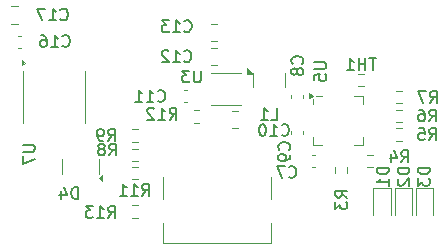
<source format=gbr>
%TF.GenerationSoftware,KiCad,Pcbnew,9.0.0*%
%TF.CreationDate,2025-06-13T20:30:42+03:00*%
%TF.ProjectId,BLE_sensors,424c455f-7365-46e7-936f-72732e6b6963,rev?*%
%TF.SameCoordinates,Original*%
%TF.FileFunction,Legend,Bot*%
%TF.FilePolarity,Positive*%
%FSLAX46Y46*%
G04 Gerber Fmt 4.6, Leading zero omitted, Abs format (unit mm)*
G04 Created by KiCad (PCBNEW 9.0.0) date 2025-06-13 20:30:42*
%MOMM*%
%LPD*%
G01*
G04 APERTURE LIST*
%ADD10C,0.150000*%
%ADD11C,0.120000*%
G04 APERTURE END LIST*
D10*
X156774819Y-87251905D02*
X155774819Y-87251905D01*
X155774819Y-87251905D02*
X155774819Y-87490000D01*
X155774819Y-87490000D02*
X155822438Y-87632857D01*
X155822438Y-87632857D02*
X155917676Y-87728095D01*
X155917676Y-87728095D02*
X156012914Y-87775714D01*
X156012914Y-87775714D02*
X156203390Y-87823333D01*
X156203390Y-87823333D02*
X156346247Y-87823333D01*
X156346247Y-87823333D02*
X156536723Y-87775714D01*
X156536723Y-87775714D02*
X156631961Y-87728095D01*
X156631961Y-87728095D02*
X156727200Y-87632857D01*
X156727200Y-87632857D02*
X156774819Y-87490000D01*
X156774819Y-87490000D02*
X156774819Y-87251905D01*
X155870057Y-88204286D02*
X155822438Y-88251905D01*
X155822438Y-88251905D02*
X155774819Y-88347143D01*
X155774819Y-88347143D02*
X155774819Y-88585238D01*
X155774819Y-88585238D02*
X155822438Y-88680476D01*
X155822438Y-88680476D02*
X155870057Y-88728095D01*
X155870057Y-88728095D02*
X155965295Y-88775714D01*
X155965295Y-88775714D02*
X156060533Y-88775714D01*
X156060533Y-88775714D02*
X156203390Y-88728095D01*
X156203390Y-88728095D02*
X156774819Y-88156667D01*
X156774819Y-88156667D02*
X156774819Y-88775714D01*
X131276666Y-84974819D02*
X131609999Y-84498628D01*
X131848094Y-84974819D02*
X131848094Y-83974819D01*
X131848094Y-83974819D02*
X131467142Y-83974819D01*
X131467142Y-83974819D02*
X131371904Y-84022438D01*
X131371904Y-84022438D02*
X131324285Y-84070057D01*
X131324285Y-84070057D02*
X131276666Y-84165295D01*
X131276666Y-84165295D02*
X131276666Y-84308152D01*
X131276666Y-84308152D02*
X131324285Y-84403390D01*
X131324285Y-84403390D02*
X131371904Y-84451009D01*
X131371904Y-84451009D02*
X131467142Y-84498628D01*
X131467142Y-84498628D02*
X131848094Y-84498628D01*
X130800475Y-84974819D02*
X130609999Y-84974819D01*
X130609999Y-84974819D02*
X130514761Y-84927200D01*
X130514761Y-84927200D02*
X130467142Y-84879580D01*
X130467142Y-84879580D02*
X130371904Y-84736723D01*
X130371904Y-84736723D02*
X130324285Y-84546247D01*
X130324285Y-84546247D02*
X130324285Y-84165295D01*
X130324285Y-84165295D02*
X130371904Y-84070057D01*
X130371904Y-84070057D02*
X130419523Y-84022438D01*
X130419523Y-84022438D02*
X130514761Y-83974819D01*
X130514761Y-83974819D02*
X130705237Y-83974819D01*
X130705237Y-83974819D02*
X130800475Y-84022438D01*
X130800475Y-84022438D02*
X130848094Y-84070057D01*
X130848094Y-84070057D02*
X130895713Y-84165295D01*
X130895713Y-84165295D02*
X130895713Y-84403390D01*
X130895713Y-84403390D02*
X130848094Y-84498628D01*
X130848094Y-84498628D02*
X130800475Y-84546247D01*
X130800475Y-84546247D02*
X130705237Y-84593866D01*
X130705237Y-84593866D02*
X130514761Y-84593866D01*
X130514761Y-84593866D02*
X130419523Y-84546247D01*
X130419523Y-84546247D02*
X130371904Y-84498628D01*
X130371904Y-84498628D02*
X130324285Y-84403390D01*
X155014819Y-87251905D02*
X154014819Y-87251905D01*
X154014819Y-87251905D02*
X154014819Y-87490000D01*
X154014819Y-87490000D02*
X154062438Y-87632857D01*
X154062438Y-87632857D02*
X154157676Y-87728095D01*
X154157676Y-87728095D02*
X154252914Y-87775714D01*
X154252914Y-87775714D02*
X154443390Y-87823333D01*
X154443390Y-87823333D02*
X154586247Y-87823333D01*
X154586247Y-87823333D02*
X154776723Y-87775714D01*
X154776723Y-87775714D02*
X154871961Y-87728095D01*
X154871961Y-87728095D02*
X154967200Y-87632857D01*
X154967200Y-87632857D02*
X155014819Y-87490000D01*
X155014819Y-87490000D02*
X155014819Y-87251905D01*
X155014819Y-88775714D02*
X155014819Y-88204286D01*
X155014819Y-88490000D02*
X154014819Y-88490000D01*
X154014819Y-88490000D02*
X154157676Y-88394762D01*
X154157676Y-88394762D02*
X154252914Y-88299524D01*
X154252914Y-88299524D02*
X154300533Y-88204286D01*
X135482857Y-81579580D02*
X135530476Y-81627200D01*
X135530476Y-81627200D02*
X135673333Y-81674819D01*
X135673333Y-81674819D02*
X135768571Y-81674819D01*
X135768571Y-81674819D02*
X135911428Y-81627200D01*
X135911428Y-81627200D02*
X136006666Y-81531961D01*
X136006666Y-81531961D02*
X136054285Y-81436723D01*
X136054285Y-81436723D02*
X136101904Y-81246247D01*
X136101904Y-81246247D02*
X136101904Y-81103390D01*
X136101904Y-81103390D02*
X136054285Y-80912914D01*
X136054285Y-80912914D02*
X136006666Y-80817676D01*
X136006666Y-80817676D02*
X135911428Y-80722438D01*
X135911428Y-80722438D02*
X135768571Y-80674819D01*
X135768571Y-80674819D02*
X135673333Y-80674819D01*
X135673333Y-80674819D02*
X135530476Y-80722438D01*
X135530476Y-80722438D02*
X135482857Y-80770057D01*
X134530476Y-81674819D02*
X135101904Y-81674819D01*
X134816190Y-81674819D02*
X134816190Y-80674819D01*
X134816190Y-80674819D02*
X134911428Y-80817676D01*
X134911428Y-80817676D02*
X135006666Y-80912914D01*
X135006666Y-80912914D02*
X135101904Y-80960533D01*
X133578095Y-81674819D02*
X134149523Y-81674819D01*
X133863809Y-81674819D02*
X133863809Y-80674819D01*
X133863809Y-80674819D02*
X133959047Y-80817676D01*
X133959047Y-80817676D02*
X134054285Y-80912914D01*
X134054285Y-80912914D02*
X134149523Y-80960533D01*
X131283667Y-91494819D02*
X131617000Y-91018628D01*
X131855095Y-91494819D02*
X131855095Y-90494819D01*
X131855095Y-90494819D02*
X131474143Y-90494819D01*
X131474143Y-90494819D02*
X131378905Y-90542438D01*
X131378905Y-90542438D02*
X131331286Y-90590057D01*
X131331286Y-90590057D02*
X131283667Y-90685295D01*
X131283667Y-90685295D02*
X131283667Y-90828152D01*
X131283667Y-90828152D02*
X131331286Y-90923390D01*
X131331286Y-90923390D02*
X131378905Y-90971009D01*
X131378905Y-90971009D02*
X131474143Y-91018628D01*
X131474143Y-91018628D02*
X131855095Y-91018628D01*
X130331286Y-91494819D02*
X130902714Y-91494819D01*
X130617000Y-91494819D02*
X130617000Y-90494819D01*
X130617000Y-90494819D02*
X130712238Y-90637676D01*
X130712238Y-90637676D02*
X130807476Y-90732914D01*
X130807476Y-90732914D02*
X130902714Y-90780533D01*
X129997952Y-90494819D02*
X129378905Y-90494819D01*
X129378905Y-90494819D02*
X129712238Y-90875771D01*
X129712238Y-90875771D02*
X129569381Y-90875771D01*
X129569381Y-90875771D02*
X129474143Y-90923390D01*
X129474143Y-90923390D02*
X129426524Y-90971009D01*
X129426524Y-90971009D02*
X129378905Y-91066247D01*
X129378905Y-91066247D02*
X129378905Y-91304342D01*
X129378905Y-91304342D02*
X129426524Y-91399580D01*
X129426524Y-91399580D02*
X129474143Y-91447200D01*
X129474143Y-91447200D02*
X129569381Y-91494819D01*
X129569381Y-91494819D02*
X129855095Y-91494819D01*
X129855095Y-91494819D02*
X129950333Y-91447200D01*
X129950333Y-91447200D02*
X129997952Y-91399580D01*
X134162857Y-89624819D02*
X134496190Y-89148628D01*
X134734285Y-89624819D02*
X134734285Y-88624819D01*
X134734285Y-88624819D02*
X134353333Y-88624819D01*
X134353333Y-88624819D02*
X134258095Y-88672438D01*
X134258095Y-88672438D02*
X134210476Y-88720057D01*
X134210476Y-88720057D02*
X134162857Y-88815295D01*
X134162857Y-88815295D02*
X134162857Y-88958152D01*
X134162857Y-88958152D02*
X134210476Y-89053390D01*
X134210476Y-89053390D02*
X134258095Y-89101009D01*
X134258095Y-89101009D02*
X134353333Y-89148628D01*
X134353333Y-89148628D02*
X134734285Y-89148628D01*
X133210476Y-89624819D02*
X133781904Y-89624819D01*
X133496190Y-89624819D02*
X133496190Y-88624819D01*
X133496190Y-88624819D02*
X133591428Y-88767676D01*
X133591428Y-88767676D02*
X133686666Y-88862914D01*
X133686666Y-88862914D02*
X133781904Y-88910533D01*
X132258095Y-89624819D02*
X132829523Y-89624819D01*
X132543809Y-89624819D02*
X132543809Y-88624819D01*
X132543809Y-88624819D02*
X132639047Y-88767676D01*
X132639047Y-88767676D02*
X132734285Y-88862914D01*
X132734285Y-88862914D02*
X132829523Y-88910533D01*
X145076666Y-83194819D02*
X145552856Y-83194819D01*
X145552856Y-83194819D02*
X145552856Y-82194819D01*
X144219523Y-83194819D02*
X144790951Y-83194819D01*
X144505237Y-83194819D02*
X144505237Y-82194819D01*
X144505237Y-82194819D02*
X144600475Y-82337676D01*
X144600475Y-82337676D02*
X144695713Y-82432914D01*
X144695713Y-82432914D02*
X144790951Y-82480533D01*
X146566666Y-88019580D02*
X146614285Y-88067200D01*
X146614285Y-88067200D02*
X146757142Y-88114819D01*
X146757142Y-88114819D02*
X146852380Y-88114819D01*
X146852380Y-88114819D02*
X146995237Y-88067200D01*
X146995237Y-88067200D02*
X147090475Y-87971961D01*
X147090475Y-87971961D02*
X147138094Y-87876723D01*
X147138094Y-87876723D02*
X147185713Y-87686247D01*
X147185713Y-87686247D02*
X147185713Y-87543390D01*
X147185713Y-87543390D02*
X147138094Y-87352914D01*
X147138094Y-87352914D02*
X147090475Y-87257676D01*
X147090475Y-87257676D02*
X146995237Y-87162438D01*
X146995237Y-87162438D02*
X146852380Y-87114819D01*
X146852380Y-87114819D02*
X146757142Y-87114819D01*
X146757142Y-87114819D02*
X146614285Y-87162438D01*
X146614285Y-87162438D02*
X146566666Y-87210057D01*
X146233332Y-87114819D02*
X145566666Y-87114819D01*
X145566666Y-87114819D02*
X145995237Y-88114819D01*
X158461666Y-83324819D02*
X158794999Y-82848628D01*
X159033094Y-83324819D02*
X159033094Y-82324819D01*
X159033094Y-82324819D02*
X158652142Y-82324819D01*
X158652142Y-82324819D02*
X158556904Y-82372438D01*
X158556904Y-82372438D02*
X158509285Y-82420057D01*
X158509285Y-82420057D02*
X158461666Y-82515295D01*
X158461666Y-82515295D02*
X158461666Y-82658152D01*
X158461666Y-82658152D02*
X158509285Y-82753390D01*
X158509285Y-82753390D02*
X158556904Y-82801009D01*
X158556904Y-82801009D02*
X158652142Y-82848628D01*
X158652142Y-82848628D02*
X159033094Y-82848628D01*
X157604523Y-82324819D02*
X157794999Y-82324819D01*
X157794999Y-82324819D02*
X157890237Y-82372438D01*
X157890237Y-82372438D02*
X157937856Y-82420057D01*
X157937856Y-82420057D02*
X158033094Y-82562914D01*
X158033094Y-82562914D02*
X158080713Y-82753390D01*
X158080713Y-82753390D02*
X158080713Y-83134342D01*
X158080713Y-83134342D02*
X158033094Y-83229580D01*
X158033094Y-83229580D02*
X157985475Y-83277200D01*
X157985475Y-83277200D02*
X157890237Y-83324819D01*
X157890237Y-83324819D02*
X157699761Y-83324819D01*
X157699761Y-83324819D02*
X157604523Y-83277200D01*
X157604523Y-83277200D02*
X157556904Y-83229580D01*
X157556904Y-83229580D02*
X157509285Y-83134342D01*
X157509285Y-83134342D02*
X157509285Y-82896247D01*
X157509285Y-82896247D02*
X157556904Y-82801009D01*
X157556904Y-82801009D02*
X157604523Y-82753390D01*
X157604523Y-82753390D02*
X157699761Y-82705771D01*
X157699761Y-82705771D02*
X157890237Y-82705771D01*
X157890237Y-82705771D02*
X157985475Y-82753390D01*
X157985475Y-82753390D02*
X158033094Y-82801009D01*
X158033094Y-82801009D02*
X158080713Y-82896247D01*
X158466666Y-84894819D02*
X158799999Y-84418628D01*
X159038094Y-84894819D02*
X159038094Y-83894819D01*
X159038094Y-83894819D02*
X158657142Y-83894819D01*
X158657142Y-83894819D02*
X158561904Y-83942438D01*
X158561904Y-83942438D02*
X158514285Y-83990057D01*
X158514285Y-83990057D02*
X158466666Y-84085295D01*
X158466666Y-84085295D02*
X158466666Y-84228152D01*
X158466666Y-84228152D02*
X158514285Y-84323390D01*
X158514285Y-84323390D02*
X158561904Y-84371009D01*
X158561904Y-84371009D02*
X158657142Y-84418628D01*
X158657142Y-84418628D02*
X159038094Y-84418628D01*
X157561904Y-83894819D02*
X158038094Y-83894819D01*
X158038094Y-83894819D02*
X158085713Y-84371009D01*
X158085713Y-84371009D02*
X158038094Y-84323390D01*
X158038094Y-84323390D02*
X157942856Y-84275771D01*
X157942856Y-84275771D02*
X157704761Y-84275771D01*
X157704761Y-84275771D02*
X157609523Y-84323390D01*
X157609523Y-84323390D02*
X157561904Y-84371009D01*
X157561904Y-84371009D02*
X157514285Y-84466247D01*
X157514285Y-84466247D02*
X157514285Y-84704342D01*
X157514285Y-84704342D02*
X157561904Y-84799580D01*
X157561904Y-84799580D02*
X157609523Y-84847200D01*
X157609523Y-84847200D02*
X157704761Y-84894819D01*
X157704761Y-84894819D02*
X157942856Y-84894819D01*
X157942856Y-84894819D02*
X158038094Y-84847200D01*
X158038094Y-84847200D02*
X158085713Y-84799580D01*
X131366666Y-86214819D02*
X131699999Y-85738628D01*
X131938094Y-86214819D02*
X131938094Y-85214819D01*
X131938094Y-85214819D02*
X131557142Y-85214819D01*
X131557142Y-85214819D02*
X131461904Y-85262438D01*
X131461904Y-85262438D02*
X131414285Y-85310057D01*
X131414285Y-85310057D02*
X131366666Y-85405295D01*
X131366666Y-85405295D02*
X131366666Y-85548152D01*
X131366666Y-85548152D02*
X131414285Y-85643390D01*
X131414285Y-85643390D02*
X131461904Y-85691009D01*
X131461904Y-85691009D02*
X131557142Y-85738628D01*
X131557142Y-85738628D02*
X131938094Y-85738628D01*
X130795237Y-85643390D02*
X130890475Y-85595771D01*
X130890475Y-85595771D02*
X130938094Y-85548152D01*
X130938094Y-85548152D02*
X130985713Y-85452914D01*
X130985713Y-85452914D02*
X130985713Y-85405295D01*
X130985713Y-85405295D02*
X130938094Y-85310057D01*
X130938094Y-85310057D02*
X130890475Y-85262438D01*
X130890475Y-85262438D02*
X130795237Y-85214819D01*
X130795237Y-85214819D02*
X130604761Y-85214819D01*
X130604761Y-85214819D02*
X130509523Y-85262438D01*
X130509523Y-85262438D02*
X130461904Y-85310057D01*
X130461904Y-85310057D02*
X130414285Y-85405295D01*
X130414285Y-85405295D02*
X130414285Y-85452914D01*
X130414285Y-85452914D02*
X130461904Y-85548152D01*
X130461904Y-85548152D02*
X130509523Y-85595771D01*
X130509523Y-85595771D02*
X130604761Y-85643390D01*
X130604761Y-85643390D02*
X130795237Y-85643390D01*
X130795237Y-85643390D02*
X130890475Y-85691009D01*
X130890475Y-85691009D02*
X130938094Y-85738628D01*
X130938094Y-85738628D02*
X130985713Y-85833866D01*
X130985713Y-85833866D02*
X130985713Y-86024342D01*
X130985713Y-86024342D02*
X130938094Y-86119580D01*
X130938094Y-86119580D02*
X130890475Y-86167200D01*
X130890475Y-86167200D02*
X130795237Y-86214819D01*
X130795237Y-86214819D02*
X130604761Y-86214819D01*
X130604761Y-86214819D02*
X130509523Y-86167200D01*
X130509523Y-86167200D02*
X130461904Y-86119580D01*
X130461904Y-86119580D02*
X130414285Y-86024342D01*
X130414285Y-86024342D02*
X130414285Y-85833866D01*
X130414285Y-85833866D02*
X130461904Y-85738628D01*
X130461904Y-85738628D02*
X130509523Y-85691009D01*
X130509523Y-85691009D02*
X130604761Y-85643390D01*
X146579580Y-85723333D02*
X146627200Y-85675714D01*
X146627200Y-85675714D02*
X146674819Y-85532857D01*
X146674819Y-85532857D02*
X146674819Y-85437619D01*
X146674819Y-85437619D02*
X146627200Y-85294762D01*
X146627200Y-85294762D02*
X146531961Y-85199524D01*
X146531961Y-85199524D02*
X146436723Y-85151905D01*
X146436723Y-85151905D02*
X146246247Y-85104286D01*
X146246247Y-85104286D02*
X146103390Y-85104286D01*
X146103390Y-85104286D02*
X145912914Y-85151905D01*
X145912914Y-85151905D02*
X145817676Y-85199524D01*
X145817676Y-85199524D02*
X145722438Y-85294762D01*
X145722438Y-85294762D02*
X145674819Y-85437619D01*
X145674819Y-85437619D02*
X145674819Y-85532857D01*
X145674819Y-85532857D02*
X145722438Y-85675714D01*
X145722438Y-85675714D02*
X145770057Y-85723333D01*
X146674819Y-86199524D02*
X146674819Y-86390000D01*
X146674819Y-86390000D02*
X146627200Y-86485238D01*
X146627200Y-86485238D02*
X146579580Y-86532857D01*
X146579580Y-86532857D02*
X146436723Y-86628095D01*
X146436723Y-86628095D02*
X146246247Y-86675714D01*
X146246247Y-86675714D02*
X145865295Y-86675714D01*
X145865295Y-86675714D02*
X145770057Y-86628095D01*
X145770057Y-86628095D02*
X145722438Y-86580476D01*
X145722438Y-86580476D02*
X145674819Y-86485238D01*
X145674819Y-86485238D02*
X145674819Y-86294762D01*
X145674819Y-86294762D02*
X145722438Y-86199524D01*
X145722438Y-86199524D02*
X145770057Y-86151905D01*
X145770057Y-86151905D02*
X145865295Y-86104286D01*
X145865295Y-86104286D02*
X146103390Y-86104286D01*
X146103390Y-86104286D02*
X146198628Y-86151905D01*
X146198628Y-86151905D02*
X146246247Y-86199524D01*
X146246247Y-86199524D02*
X146293866Y-86294762D01*
X146293866Y-86294762D02*
X146293866Y-86485238D01*
X146293866Y-86485238D02*
X146246247Y-86580476D01*
X146246247Y-86580476D02*
X146198628Y-86628095D01*
X146198628Y-86628095D02*
X146103390Y-86675714D01*
X158494819Y-87251905D02*
X157494819Y-87251905D01*
X157494819Y-87251905D02*
X157494819Y-87490000D01*
X157494819Y-87490000D02*
X157542438Y-87632857D01*
X157542438Y-87632857D02*
X157637676Y-87728095D01*
X157637676Y-87728095D02*
X157732914Y-87775714D01*
X157732914Y-87775714D02*
X157923390Y-87823333D01*
X157923390Y-87823333D02*
X158066247Y-87823333D01*
X158066247Y-87823333D02*
X158256723Y-87775714D01*
X158256723Y-87775714D02*
X158351961Y-87728095D01*
X158351961Y-87728095D02*
X158447200Y-87632857D01*
X158447200Y-87632857D02*
X158494819Y-87490000D01*
X158494819Y-87490000D02*
X158494819Y-87251905D01*
X157494819Y-88156667D02*
X157494819Y-88775714D01*
X157494819Y-88775714D02*
X157875771Y-88442381D01*
X157875771Y-88442381D02*
X157875771Y-88585238D01*
X157875771Y-88585238D02*
X157923390Y-88680476D01*
X157923390Y-88680476D02*
X157971009Y-88728095D01*
X157971009Y-88728095D02*
X158066247Y-88775714D01*
X158066247Y-88775714D02*
X158304342Y-88775714D01*
X158304342Y-88775714D02*
X158399580Y-88728095D01*
X158399580Y-88728095D02*
X158447200Y-88680476D01*
X158447200Y-88680476D02*
X158494819Y-88585238D01*
X158494819Y-88585238D02*
X158494819Y-88299524D01*
X158494819Y-88299524D02*
X158447200Y-88204286D01*
X158447200Y-88204286D02*
X158399580Y-88156667D01*
X124059819Y-85313095D02*
X124869342Y-85313095D01*
X124869342Y-85313095D02*
X124964580Y-85360714D01*
X124964580Y-85360714D02*
X125012200Y-85408333D01*
X125012200Y-85408333D02*
X125059819Y-85503571D01*
X125059819Y-85503571D02*
X125059819Y-85694047D01*
X125059819Y-85694047D02*
X125012200Y-85789285D01*
X125012200Y-85789285D02*
X124964580Y-85836904D01*
X124964580Y-85836904D02*
X124869342Y-85884523D01*
X124869342Y-85884523D02*
X124059819Y-85884523D01*
X124059819Y-86265476D02*
X124059819Y-86932142D01*
X124059819Y-86932142D02*
X125059819Y-86503571D01*
X153950713Y-77974819D02*
X153379285Y-77974819D01*
X153664999Y-78974819D02*
X153664999Y-77974819D01*
X153045951Y-78974819D02*
X153045951Y-77974819D01*
X153045951Y-78451009D02*
X152474523Y-78451009D01*
X152474523Y-78974819D02*
X152474523Y-77974819D01*
X151474523Y-78974819D02*
X152045951Y-78974819D01*
X151760237Y-78974819D02*
X151760237Y-77974819D01*
X151760237Y-77974819D02*
X151855475Y-78117676D01*
X151855475Y-78117676D02*
X151950713Y-78212914D01*
X151950713Y-78212914D02*
X152045951Y-78260533D01*
X151514819Y-89783333D02*
X151038628Y-89450000D01*
X151514819Y-89211905D02*
X150514819Y-89211905D01*
X150514819Y-89211905D02*
X150514819Y-89592857D01*
X150514819Y-89592857D02*
X150562438Y-89688095D01*
X150562438Y-89688095D02*
X150610057Y-89735714D01*
X150610057Y-89735714D02*
X150705295Y-89783333D01*
X150705295Y-89783333D02*
X150848152Y-89783333D01*
X150848152Y-89783333D02*
X150943390Y-89735714D01*
X150943390Y-89735714D02*
X150991009Y-89688095D01*
X150991009Y-89688095D02*
X151038628Y-89592857D01*
X151038628Y-89592857D02*
X151038628Y-89211905D01*
X150514819Y-90116667D02*
X150514819Y-90735714D01*
X150514819Y-90735714D02*
X150895771Y-90402381D01*
X150895771Y-90402381D02*
X150895771Y-90545238D01*
X150895771Y-90545238D02*
X150943390Y-90640476D01*
X150943390Y-90640476D02*
X150991009Y-90688095D01*
X150991009Y-90688095D02*
X151086247Y-90735714D01*
X151086247Y-90735714D02*
X151324342Y-90735714D01*
X151324342Y-90735714D02*
X151419580Y-90688095D01*
X151419580Y-90688095D02*
X151467200Y-90640476D01*
X151467200Y-90640476D02*
X151514819Y-90545238D01*
X151514819Y-90545238D02*
X151514819Y-90259524D01*
X151514819Y-90259524D02*
X151467200Y-90164286D01*
X151467200Y-90164286D02*
X151419580Y-90116667D01*
X148734819Y-78328095D02*
X149544342Y-78328095D01*
X149544342Y-78328095D02*
X149639580Y-78375714D01*
X149639580Y-78375714D02*
X149687200Y-78423333D01*
X149687200Y-78423333D02*
X149734819Y-78518571D01*
X149734819Y-78518571D02*
X149734819Y-78709047D01*
X149734819Y-78709047D02*
X149687200Y-78804285D01*
X149687200Y-78804285D02*
X149639580Y-78851904D01*
X149639580Y-78851904D02*
X149544342Y-78899523D01*
X149544342Y-78899523D02*
X148734819Y-78899523D01*
X148734819Y-79851904D02*
X148734819Y-79375714D01*
X148734819Y-79375714D02*
X149211009Y-79328095D01*
X149211009Y-79328095D02*
X149163390Y-79375714D01*
X149163390Y-79375714D02*
X149115771Y-79470952D01*
X149115771Y-79470952D02*
X149115771Y-79709047D01*
X149115771Y-79709047D02*
X149163390Y-79804285D01*
X149163390Y-79804285D02*
X149211009Y-79851904D01*
X149211009Y-79851904D02*
X149306247Y-79899523D01*
X149306247Y-79899523D02*
X149544342Y-79899523D01*
X149544342Y-79899523D02*
X149639580Y-79851904D01*
X149639580Y-79851904D02*
X149687200Y-79804285D01*
X149687200Y-79804285D02*
X149734819Y-79709047D01*
X149734819Y-79709047D02*
X149734819Y-79470952D01*
X149734819Y-79470952D02*
X149687200Y-79375714D01*
X149687200Y-79375714D02*
X149639580Y-79328095D01*
X127232857Y-74689580D02*
X127280476Y-74737200D01*
X127280476Y-74737200D02*
X127423333Y-74784819D01*
X127423333Y-74784819D02*
X127518571Y-74784819D01*
X127518571Y-74784819D02*
X127661428Y-74737200D01*
X127661428Y-74737200D02*
X127756666Y-74641961D01*
X127756666Y-74641961D02*
X127804285Y-74546723D01*
X127804285Y-74546723D02*
X127851904Y-74356247D01*
X127851904Y-74356247D02*
X127851904Y-74213390D01*
X127851904Y-74213390D02*
X127804285Y-74022914D01*
X127804285Y-74022914D02*
X127756666Y-73927676D01*
X127756666Y-73927676D02*
X127661428Y-73832438D01*
X127661428Y-73832438D02*
X127518571Y-73784819D01*
X127518571Y-73784819D02*
X127423333Y-73784819D01*
X127423333Y-73784819D02*
X127280476Y-73832438D01*
X127280476Y-73832438D02*
X127232857Y-73880057D01*
X126280476Y-74784819D02*
X126851904Y-74784819D01*
X126566190Y-74784819D02*
X126566190Y-73784819D01*
X126566190Y-73784819D02*
X126661428Y-73927676D01*
X126661428Y-73927676D02*
X126756666Y-74022914D01*
X126756666Y-74022914D02*
X126851904Y-74070533D01*
X125947142Y-73784819D02*
X125280476Y-73784819D01*
X125280476Y-73784819D02*
X125709047Y-74784819D01*
X137695357Y-78219580D02*
X137742976Y-78267200D01*
X137742976Y-78267200D02*
X137885833Y-78314819D01*
X137885833Y-78314819D02*
X137981071Y-78314819D01*
X137981071Y-78314819D02*
X138123928Y-78267200D01*
X138123928Y-78267200D02*
X138219166Y-78171961D01*
X138219166Y-78171961D02*
X138266785Y-78076723D01*
X138266785Y-78076723D02*
X138314404Y-77886247D01*
X138314404Y-77886247D02*
X138314404Y-77743390D01*
X138314404Y-77743390D02*
X138266785Y-77552914D01*
X138266785Y-77552914D02*
X138219166Y-77457676D01*
X138219166Y-77457676D02*
X138123928Y-77362438D01*
X138123928Y-77362438D02*
X137981071Y-77314819D01*
X137981071Y-77314819D02*
X137885833Y-77314819D01*
X137885833Y-77314819D02*
X137742976Y-77362438D01*
X137742976Y-77362438D02*
X137695357Y-77410057D01*
X136742976Y-78314819D02*
X137314404Y-78314819D01*
X137028690Y-78314819D02*
X137028690Y-77314819D01*
X137028690Y-77314819D02*
X137123928Y-77457676D01*
X137123928Y-77457676D02*
X137219166Y-77552914D01*
X137219166Y-77552914D02*
X137314404Y-77600533D01*
X136362023Y-77410057D02*
X136314404Y-77362438D01*
X136314404Y-77362438D02*
X136219166Y-77314819D01*
X136219166Y-77314819D02*
X135981071Y-77314819D01*
X135981071Y-77314819D02*
X135885833Y-77362438D01*
X135885833Y-77362438D02*
X135838214Y-77410057D01*
X135838214Y-77410057D02*
X135790595Y-77505295D01*
X135790595Y-77505295D02*
X135790595Y-77600533D01*
X135790595Y-77600533D02*
X135838214Y-77743390D01*
X135838214Y-77743390D02*
X136409642Y-78314819D01*
X136409642Y-78314819D02*
X135790595Y-78314819D01*
X158506666Y-81754819D02*
X158839999Y-81278628D01*
X159078094Y-81754819D02*
X159078094Y-80754819D01*
X159078094Y-80754819D02*
X158697142Y-80754819D01*
X158697142Y-80754819D02*
X158601904Y-80802438D01*
X158601904Y-80802438D02*
X158554285Y-80850057D01*
X158554285Y-80850057D02*
X158506666Y-80945295D01*
X158506666Y-80945295D02*
X158506666Y-81088152D01*
X158506666Y-81088152D02*
X158554285Y-81183390D01*
X158554285Y-81183390D02*
X158601904Y-81231009D01*
X158601904Y-81231009D02*
X158697142Y-81278628D01*
X158697142Y-81278628D02*
X159078094Y-81278628D01*
X158173332Y-80754819D02*
X157506666Y-80754819D01*
X157506666Y-80754819D02*
X157935237Y-81754819D01*
X137715357Y-75674580D02*
X137762976Y-75722200D01*
X137762976Y-75722200D02*
X137905833Y-75769819D01*
X137905833Y-75769819D02*
X138001071Y-75769819D01*
X138001071Y-75769819D02*
X138143928Y-75722200D01*
X138143928Y-75722200D02*
X138239166Y-75626961D01*
X138239166Y-75626961D02*
X138286785Y-75531723D01*
X138286785Y-75531723D02*
X138334404Y-75341247D01*
X138334404Y-75341247D02*
X138334404Y-75198390D01*
X138334404Y-75198390D02*
X138286785Y-75007914D01*
X138286785Y-75007914D02*
X138239166Y-74912676D01*
X138239166Y-74912676D02*
X138143928Y-74817438D01*
X138143928Y-74817438D02*
X138001071Y-74769819D01*
X138001071Y-74769819D02*
X137905833Y-74769819D01*
X137905833Y-74769819D02*
X137762976Y-74817438D01*
X137762976Y-74817438D02*
X137715357Y-74865057D01*
X136762976Y-75769819D02*
X137334404Y-75769819D01*
X137048690Y-75769819D02*
X137048690Y-74769819D01*
X137048690Y-74769819D02*
X137143928Y-74912676D01*
X137143928Y-74912676D02*
X137239166Y-75007914D01*
X137239166Y-75007914D02*
X137334404Y-75055533D01*
X136429642Y-74769819D02*
X135810595Y-74769819D01*
X135810595Y-74769819D02*
X136143928Y-75150771D01*
X136143928Y-75150771D02*
X136001071Y-75150771D01*
X136001071Y-75150771D02*
X135905833Y-75198390D01*
X135905833Y-75198390D02*
X135858214Y-75246009D01*
X135858214Y-75246009D02*
X135810595Y-75341247D01*
X135810595Y-75341247D02*
X135810595Y-75579342D01*
X135810595Y-75579342D02*
X135858214Y-75674580D01*
X135858214Y-75674580D02*
X135905833Y-75722200D01*
X135905833Y-75722200D02*
X136001071Y-75769819D01*
X136001071Y-75769819D02*
X136286785Y-75769819D01*
X136286785Y-75769819D02*
X136382023Y-75722200D01*
X136382023Y-75722200D02*
X136429642Y-75674580D01*
X127402857Y-76939580D02*
X127450476Y-76987200D01*
X127450476Y-76987200D02*
X127593333Y-77034819D01*
X127593333Y-77034819D02*
X127688571Y-77034819D01*
X127688571Y-77034819D02*
X127831428Y-76987200D01*
X127831428Y-76987200D02*
X127926666Y-76891961D01*
X127926666Y-76891961D02*
X127974285Y-76796723D01*
X127974285Y-76796723D02*
X128021904Y-76606247D01*
X128021904Y-76606247D02*
X128021904Y-76463390D01*
X128021904Y-76463390D02*
X127974285Y-76272914D01*
X127974285Y-76272914D02*
X127926666Y-76177676D01*
X127926666Y-76177676D02*
X127831428Y-76082438D01*
X127831428Y-76082438D02*
X127688571Y-76034819D01*
X127688571Y-76034819D02*
X127593333Y-76034819D01*
X127593333Y-76034819D02*
X127450476Y-76082438D01*
X127450476Y-76082438D02*
X127402857Y-76130057D01*
X126450476Y-77034819D02*
X127021904Y-77034819D01*
X126736190Y-77034819D02*
X126736190Y-76034819D01*
X126736190Y-76034819D02*
X126831428Y-76177676D01*
X126831428Y-76177676D02*
X126926666Y-76272914D01*
X126926666Y-76272914D02*
X127021904Y-76320533D01*
X125593333Y-76034819D02*
X125783809Y-76034819D01*
X125783809Y-76034819D02*
X125879047Y-76082438D01*
X125879047Y-76082438D02*
X125926666Y-76130057D01*
X125926666Y-76130057D02*
X126021904Y-76272914D01*
X126021904Y-76272914D02*
X126069523Y-76463390D01*
X126069523Y-76463390D02*
X126069523Y-76844342D01*
X126069523Y-76844342D02*
X126021904Y-76939580D01*
X126021904Y-76939580D02*
X125974285Y-76987200D01*
X125974285Y-76987200D02*
X125879047Y-77034819D01*
X125879047Y-77034819D02*
X125688571Y-77034819D01*
X125688571Y-77034819D02*
X125593333Y-76987200D01*
X125593333Y-76987200D02*
X125545714Y-76939580D01*
X125545714Y-76939580D02*
X125498095Y-76844342D01*
X125498095Y-76844342D02*
X125498095Y-76606247D01*
X125498095Y-76606247D02*
X125545714Y-76511009D01*
X125545714Y-76511009D02*
X125593333Y-76463390D01*
X125593333Y-76463390D02*
X125688571Y-76415771D01*
X125688571Y-76415771D02*
X125879047Y-76415771D01*
X125879047Y-76415771D02*
X125974285Y-76463390D01*
X125974285Y-76463390D02*
X126021904Y-76511009D01*
X126021904Y-76511009D02*
X126069523Y-76606247D01*
X147699580Y-78438333D02*
X147747200Y-78390714D01*
X147747200Y-78390714D02*
X147794819Y-78247857D01*
X147794819Y-78247857D02*
X147794819Y-78152619D01*
X147794819Y-78152619D02*
X147747200Y-78009762D01*
X147747200Y-78009762D02*
X147651961Y-77914524D01*
X147651961Y-77914524D02*
X147556723Y-77866905D01*
X147556723Y-77866905D02*
X147366247Y-77819286D01*
X147366247Y-77819286D02*
X147223390Y-77819286D01*
X147223390Y-77819286D02*
X147032914Y-77866905D01*
X147032914Y-77866905D02*
X146937676Y-77914524D01*
X146937676Y-77914524D02*
X146842438Y-78009762D01*
X146842438Y-78009762D02*
X146794819Y-78152619D01*
X146794819Y-78152619D02*
X146794819Y-78247857D01*
X146794819Y-78247857D02*
X146842438Y-78390714D01*
X146842438Y-78390714D02*
X146890057Y-78438333D01*
X147223390Y-79009762D02*
X147175771Y-78914524D01*
X147175771Y-78914524D02*
X147128152Y-78866905D01*
X147128152Y-78866905D02*
X147032914Y-78819286D01*
X147032914Y-78819286D02*
X146985295Y-78819286D01*
X146985295Y-78819286D02*
X146890057Y-78866905D01*
X146890057Y-78866905D02*
X146842438Y-78914524D01*
X146842438Y-78914524D02*
X146794819Y-79009762D01*
X146794819Y-79009762D02*
X146794819Y-79200238D01*
X146794819Y-79200238D02*
X146842438Y-79295476D01*
X146842438Y-79295476D02*
X146890057Y-79343095D01*
X146890057Y-79343095D02*
X146985295Y-79390714D01*
X146985295Y-79390714D02*
X147032914Y-79390714D01*
X147032914Y-79390714D02*
X147128152Y-79343095D01*
X147128152Y-79343095D02*
X147175771Y-79295476D01*
X147175771Y-79295476D02*
X147223390Y-79200238D01*
X147223390Y-79200238D02*
X147223390Y-79009762D01*
X147223390Y-79009762D02*
X147271009Y-78914524D01*
X147271009Y-78914524D02*
X147318628Y-78866905D01*
X147318628Y-78866905D02*
X147413866Y-78819286D01*
X147413866Y-78819286D02*
X147604342Y-78819286D01*
X147604342Y-78819286D02*
X147699580Y-78866905D01*
X147699580Y-78866905D02*
X147747200Y-78914524D01*
X147747200Y-78914524D02*
X147794819Y-79009762D01*
X147794819Y-79009762D02*
X147794819Y-79200238D01*
X147794819Y-79200238D02*
X147747200Y-79295476D01*
X147747200Y-79295476D02*
X147699580Y-79343095D01*
X147699580Y-79343095D02*
X147604342Y-79390714D01*
X147604342Y-79390714D02*
X147413866Y-79390714D01*
X147413866Y-79390714D02*
X147318628Y-79343095D01*
X147318628Y-79343095D02*
X147271009Y-79295476D01*
X147271009Y-79295476D02*
X147223390Y-79200238D01*
X128708094Y-89894819D02*
X128708094Y-88894819D01*
X128708094Y-88894819D02*
X128469999Y-88894819D01*
X128469999Y-88894819D02*
X128327142Y-88942438D01*
X128327142Y-88942438D02*
X128231904Y-89037676D01*
X128231904Y-89037676D02*
X128184285Y-89132914D01*
X128184285Y-89132914D02*
X128136666Y-89323390D01*
X128136666Y-89323390D02*
X128136666Y-89466247D01*
X128136666Y-89466247D02*
X128184285Y-89656723D01*
X128184285Y-89656723D02*
X128231904Y-89751961D01*
X128231904Y-89751961D02*
X128327142Y-89847200D01*
X128327142Y-89847200D02*
X128469999Y-89894819D01*
X128469999Y-89894819D02*
X128708094Y-89894819D01*
X127279523Y-89228152D02*
X127279523Y-89894819D01*
X127517618Y-88847200D02*
X127755713Y-89561485D01*
X127755713Y-89561485D02*
X127136666Y-89561485D01*
X139101904Y-79024819D02*
X139101904Y-79834342D01*
X139101904Y-79834342D02*
X139054285Y-79929580D01*
X139054285Y-79929580D02*
X139006666Y-79977200D01*
X139006666Y-79977200D02*
X138911428Y-80024819D01*
X138911428Y-80024819D02*
X138720952Y-80024819D01*
X138720952Y-80024819D02*
X138625714Y-79977200D01*
X138625714Y-79977200D02*
X138578095Y-79929580D01*
X138578095Y-79929580D02*
X138530476Y-79834342D01*
X138530476Y-79834342D02*
X138530476Y-79024819D01*
X138149523Y-79024819D02*
X137530476Y-79024819D01*
X137530476Y-79024819D02*
X137863809Y-79405771D01*
X137863809Y-79405771D02*
X137720952Y-79405771D01*
X137720952Y-79405771D02*
X137625714Y-79453390D01*
X137625714Y-79453390D02*
X137578095Y-79501009D01*
X137578095Y-79501009D02*
X137530476Y-79596247D01*
X137530476Y-79596247D02*
X137530476Y-79834342D01*
X137530476Y-79834342D02*
X137578095Y-79929580D01*
X137578095Y-79929580D02*
X137625714Y-79977200D01*
X137625714Y-79977200D02*
X137720952Y-80024819D01*
X137720952Y-80024819D02*
X138006666Y-80024819D01*
X138006666Y-80024819D02*
X138101904Y-79977200D01*
X138101904Y-79977200D02*
X138149523Y-79929580D01*
X156096666Y-86794819D02*
X156429999Y-86318628D01*
X156668094Y-86794819D02*
X156668094Y-85794819D01*
X156668094Y-85794819D02*
X156287142Y-85794819D01*
X156287142Y-85794819D02*
X156191904Y-85842438D01*
X156191904Y-85842438D02*
X156144285Y-85890057D01*
X156144285Y-85890057D02*
X156096666Y-85985295D01*
X156096666Y-85985295D02*
X156096666Y-86128152D01*
X156096666Y-86128152D02*
X156144285Y-86223390D01*
X156144285Y-86223390D02*
X156191904Y-86271009D01*
X156191904Y-86271009D02*
X156287142Y-86318628D01*
X156287142Y-86318628D02*
X156668094Y-86318628D01*
X155239523Y-86128152D02*
X155239523Y-86794819D01*
X155477618Y-85747200D02*
X155715713Y-86461485D01*
X155715713Y-86461485D02*
X155096666Y-86461485D01*
X145952857Y-84459580D02*
X146000476Y-84507200D01*
X146000476Y-84507200D02*
X146143333Y-84554819D01*
X146143333Y-84554819D02*
X146238571Y-84554819D01*
X146238571Y-84554819D02*
X146381428Y-84507200D01*
X146381428Y-84507200D02*
X146476666Y-84411961D01*
X146476666Y-84411961D02*
X146524285Y-84316723D01*
X146524285Y-84316723D02*
X146571904Y-84126247D01*
X146571904Y-84126247D02*
X146571904Y-83983390D01*
X146571904Y-83983390D02*
X146524285Y-83792914D01*
X146524285Y-83792914D02*
X146476666Y-83697676D01*
X146476666Y-83697676D02*
X146381428Y-83602438D01*
X146381428Y-83602438D02*
X146238571Y-83554819D01*
X146238571Y-83554819D02*
X146143333Y-83554819D01*
X146143333Y-83554819D02*
X146000476Y-83602438D01*
X146000476Y-83602438D02*
X145952857Y-83650057D01*
X145000476Y-84554819D02*
X145571904Y-84554819D01*
X145286190Y-84554819D02*
X145286190Y-83554819D01*
X145286190Y-83554819D02*
X145381428Y-83697676D01*
X145381428Y-83697676D02*
X145476666Y-83792914D01*
X145476666Y-83792914D02*
X145571904Y-83840533D01*
X144381428Y-83554819D02*
X144286190Y-83554819D01*
X144286190Y-83554819D02*
X144190952Y-83602438D01*
X144190952Y-83602438D02*
X144143333Y-83650057D01*
X144143333Y-83650057D02*
X144095714Y-83745295D01*
X144095714Y-83745295D02*
X144048095Y-83935771D01*
X144048095Y-83935771D02*
X144048095Y-84173866D01*
X144048095Y-84173866D02*
X144095714Y-84364342D01*
X144095714Y-84364342D02*
X144143333Y-84459580D01*
X144143333Y-84459580D02*
X144190952Y-84507200D01*
X144190952Y-84507200D02*
X144286190Y-84554819D01*
X144286190Y-84554819D02*
X144381428Y-84554819D01*
X144381428Y-84554819D02*
X144476666Y-84507200D01*
X144476666Y-84507200D02*
X144524285Y-84459580D01*
X144524285Y-84459580D02*
X144571904Y-84364342D01*
X144571904Y-84364342D02*
X144619523Y-84173866D01*
X144619523Y-84173866D02*
X144619523Y-83935771D01*
X144619523Y-83935771D02*
X144571904Y-83745295D01*
X144571904Y-83745295D02*
X144524285Y-83650057D01*
X144524285Y-83650057D02*
X144476666Y-83602438D01*
X144476666Y-83602438D02*
X144381428Y-83554819D01*
X136472857Y-83184819D02*
X136806190Y-82708628D01*
X137044285Y-83184819D02*
X137044285Y-82184819D01*
X137044285Y-82184819D02*
X136663333Y-82184819D01*
X136663333Y-82184819D02*
X136568095Y-82232438D01*
X136568095Y-82232438D02*
X136520476Y-82280057D01*
X136520476Y-82280057D02*
X136472857Y-82375295D01*
X136472857Y-82375295D02*
X136472857Y-82518152D01*
X136472857Y-82518152D02*
X136520476Y-82613390D01*
X136520476Y-82613390D02*
X136568095Y-82661009D01*
X136568095Y-82661009D02*
X136663333Y-82708628D01*
X136663333Y-82708628D02*
X137044285Y-82708628D01*
X135520476Y-83184819D02*
X136091904Y-83184819D01*
X135806190Y-83184819D02*
X135806190Y-82184819D01*
X135806190Y-82184819D02*
X135901428Y-82327676D01*
X135901428Y-82327676D02*
X135996666Y-82422914D01*
X135996666Y-82422914D02*
X136091904Y-82470533D01*
X135139523Y-82280057D02*
X135091904Y-82232438D01*
X135091904Y-82232438D02*
X134996666Y-82184819D01*
X134996666Y-82184819D02*
X134758571Y-82184819D01*
X134758571Y-82184819D02*
X134663333Y-82232438D01*
X134663333Y-82232438D02*
X134615714Y-82280057D01*
X134615714Y-82280057D02*
X134568095Y-82375295D01*
X134568095Y-82375295D02*
X134568095Y-82470533D01*
X134568095Y-82470533D02*
X134615714Y-82613390D01*
X134615714Y-82613390D02*
X135187142Y-83184819D01*
X135187142Y-83184819D02*
X134568095Y-83184819D01*
D11*
%TO.C,D2*%
X155535000Y-88967500D02*
X157005000Y-88967500D01*
X155535000Y-91252500D02*
X155535000Y-88967500D01*
X157005000Y-88967500D02*
X157005000Y-91252500D01*
%TO.C,R9*%
X133807258Y-83997500D02*
X133332742Y-83997500D01*
X133807258Y-85042500D02*
X133332742Y-85042500D01*
%TO.C,D1*%
X153735000Y-88967500D02*
X155205000Y-88967500D01*
X153735000Y-91252500D02*
X153735000Y-88967500D01*
X155205000Y-88967500D02*
X155205000Y-91252500D01*
%TO.C,C11*%
X137955580Y-80650000D02*
X137674420Y-80650000D01*
X137955580Y-81670000D02*
X137674420Y-81670000D01*
%TO.C,R13*%
X133302742Y-90437500D02*
X133777258Y-90437500D01*
X133302742Y-91482500D02*
X133777258Y-91482500D01*
%TO.C,R11*%
X133332742Y-87197500D02*
X133807258Y-87197500D01*
X133332742Y-88242500D02*
X133807258Y-88242500D01*
%TO.C,L1*%
X143510000Y-80432064D02*
X143510000Y-79227936D01*
X146230000Y-80432064D02*
X146230000Y-79227936D01*
%TO.C,C7*%
X148780580Y-86170000D02*
X148499420Y-86170000D01*
X148780580Y-87190000D02*
X148499420Y-87190000D01*
%TO.C,R6*%
X155652742Y-82367500D02*
X156127258Y-82367500D01*
X155652742Y-83412500D02*
X156127258Y-83412500D01*
%TO.C,R5*%
X155642742Y-83917500D02*
X156117258Y-83917500D01*
X155642742Y-84962500D02*
X156117258Y-84962500D01*
%TO.C,J3*%
X135882000Y-89940000D02*
X135882000Y-88020000D01*
X135882000Y-91950000D02*
X135882000Y-93655000D01*
X135882000Y-93655000D02*
X145042000Y-93655000D01*
X145042000Y-88020000D02*
X145042000Y-89940000D01*
X145042000Y-93655000D02*
X145042000Y-91950000D01*
%TO.C,R8*%
X133807258Y-85647500D02*
X133332742Y-85647500D01*
X133807258Y-86692500D02*
X133332742Y-86692500D01*
%TO.C,C9*%
X146785000Y-84159420D02*
X146785000Y-84440580D01*
X147805000Y-84159420D02*
X147805000Y-84440580D01*
%TO.C,D3*%
X157345000Y-88987500D02*
X158815000Y-88987500D01*
X157345000Y-91272500D02*
X157345000Y-88987500D01*
X158815000Y-88987500D02*
X158815000Y-91272500D01*
%TO.C,U7*%
X124070000Y-81250000D02*
X124070000Y-79050000D01*
X124070000Y-81250000D02*
X124070000Y-83450000D01*
X129290000Y-81250000D02*
X129290000Y-79050000D01*
X129290000Y-81250000D02*
X129290000Y-83450000D01*
X124270000Y-78350000D02*
X123940000Y-78590000D01*
X123940000Y-78110000D01*
X124270000Y-78350000D01*
G36*
X124270000Y-78350000D02*
G01*
X123940000Y-78590000D01*
X123940000Y-78110000D01*
X124270000Y-78350000D01*
G37*
%TO.C,TH1*%
X152427742Y-79297500D02*
X152902258Y-79297500D01*
X152427742Y-80342500D02*
X152902258Y-80342500D01*
%TO.C,R3*%
X150467500Y-87232742D02*
X150467500Y-87707258D01*
X151512500Y-87232742D02*
X151512500Y-87707258D01*
%TO.C,U5*%
X148615000Y-81872500D02*
X148615000Y-81447500D01*
X148615000Y-84642500D02*
X148615000Y-85367500D01*
X148615000Y-85367500D02*
X149340000Y-85367500D01*
X149340000Y-81147500D02*
X148855000Y-81147500D01*
X152835000Y-81147500D02*
X152110000Y-81147500D01*
X152835000Y-81872500D02*
X152835000Y-81147500D01*
X152835000Y-84642500D02*
X152835000Y-85367500D01*
X152835000Y-85367500D02*
X152110000Y-85367500D01*
X148615000Y-81147500D02*
X148285000Y-81387500D01*
X148285000Y-80907500D01*
X148615000Y-81147500D01*
G36*
X148615000Y-81147500D02*
G01*
X148285000Y-81387500D01*
X148285000Y-80907500D01*
X148615000Y-81147500D01*
G37*
%TO.C,C17*%
X123601252Y-73595000D02*
X123078748Y-73595000D01*
X123601252Y-75065000D02*
X123078748Y-75065000D01*
%TO.C,C12*%
X140501252Y-77125000D02*
X139978748Y-77125000D01*
X140501252Y-78595000D02*
X139978748Y-78595000D01*
%TO.C,R7*%
X155652742Y-80767500D02*
X156127258Y-80767500D01*
X155652742Y-81812500D02*
X156127258Y-81812500D01*
%TO.C,C13*%
X140491252Y-75065000D02*
X139968748Y-75065000D01*
X140491252Y-76535000D02*
X139968748Y-76535000D01*
%TO.C,C16*%
X123920580Y-76070000D02*
X123639420Y-76070000D01*
X123920580Y-77090000D02*
X123639420Y-77090000D01*
%TO.C,C8*%
X146790000Y-81360580D02*
X146790000Y-81079420D01*
X147810000Y-81360580D02*
X147810000Y-81079420D01*
%TO.C,D4*%
X127390000Y-87780000D02*
X127390000Y-86480000D01*
X130510000Y-86480000D02*
X130510000Y-87750000D01*
X130790000Y-88370000D02*
X130460000Y-88130000D01*
X130790000Y-87890000D01*
X130790000Y-88370000D01*
G36*
X130790000Y-88370000D02*
G01*
X130460000Y-88130000D01*
X130790000Y-87890000D01*
X130790000Y-88370000D01*
G37*
%TO.C,U3*%
X142507500Y-79195000D02*
X140007500Y-79195000D01*
X142507500Y-81965000D02*
X140007500Y-81965000D01*
X143537500Y-79280000D02*
X143057500Y-79280000D01*
X143057500Y-78800000D01*
X143537500Y-79280000D01*
G36*
X143537500Y-79280000D02*
G01*
X143057500Y-79280000D01*
X143057500Y-78800000D01*
X143537500Y-79280000D01*
G37*
%TO.C,R4*%
X153212742Y-86137500D02*
X153687258Y-86137500D01*
X153212742Y-87182500D02*
X153687258Y-87182500D01*
%TO.C,C10*%
X142281252Y-82425000D02*
X141758748Y-82425000D01*
X142281252Y-83895000D02*
X141758748Y-83895000D01*
%TO.C,R12*%
X138502742Y-82407500D02*
X138977258Y-82407500D01*
X138502742Y-83452500D02*
X138977258Y-83452500D01*
%TD*%
M02*

</source>
